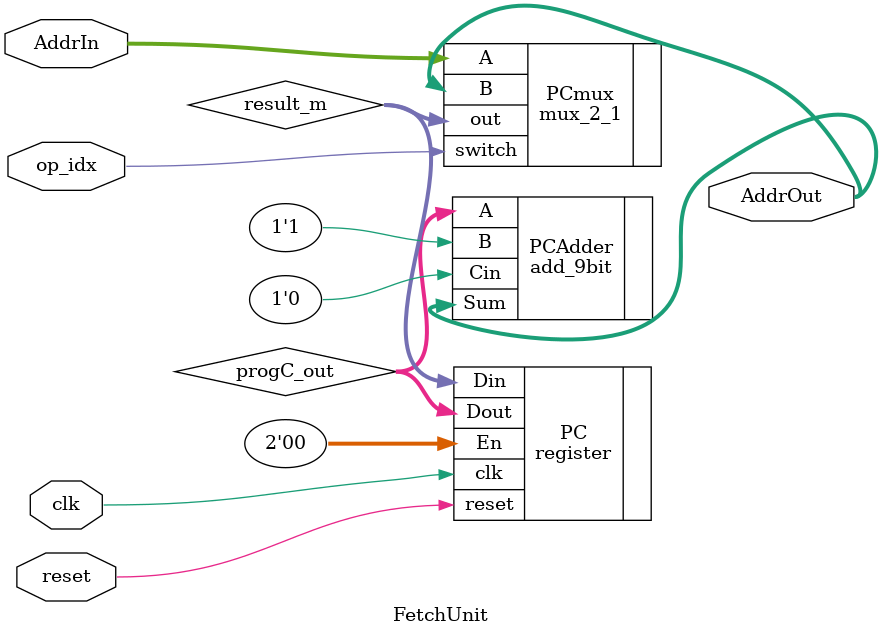
<source format=v>
`timescale 1ns / 1ps

module FetchUnit(input wire clk, reset, op_idx,
                 input wire [8:0] AddrIn,
                 output wire [8:0] AddrOut);
  
    //Wires from mux(result_m) to PC (progC_out) to adder then back to mux (result_a) 
    wire [8:0] progC_out, result_a, result_m;
    
    register PC(
        .clk(clk),
        .reset(reset),
        .En(2'b00),
        .Din(result_m),
        .Dout(progC_out));
    //Adds 1 to the program counter
    add_9bit PCAdder(
        .A(progC_out),
        .B(1'b1),
        .Cin(1'b0),
        .Sum(AddrOut));
        
    mux_2_1 PCmux(
        .A(AddrIn),
        .B(AddrOut),
        .out(result_m),
        .switch(op_idx));
        
        
endmodule
</source>
